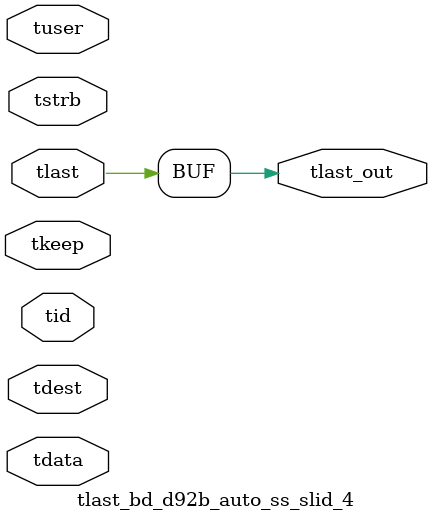
<source format=v>


`timescale 1ps/1ps

module tlast_bd_d92b_auto_ss_slid_4 #
(
parameter C_S_AXIS_TID_WIDTH   = 1,
parameter C_S_AXIS_TUSER_WIDTH = 0,
parameter C_S_AXIS_TDATA_WIDTH = 0,
parameter C_S_AXIS_TDEST_WIDTH = 0
)
(
input  [(C_S_AXIS_TID_WIDTH   == 0 ? 1 : C_S_AXIS_TID_WIDTH)-1:0       ] tid,
input  [(C_S_AXIS_TDATA_WIDTH == 0 ? 1 : C_S_AXIS_TDATA_WIDTH)-1:0     ] tdata,
input  [(C_S_AXIS_TUSER_WIDTH == 0 ? 1 : C_S_AXIS_TUSER_WIDTH)-1:0     ] tuser,
input  [(C_S_AXIS_TDEST_WIDTH == 0 ? 1 : C_S_AXIS_TDEST_WIDTH)-1:0     ] tdest,
input  [(C_S_AXIS_TDATA_WIDTH/8)-1:0 ] tkeep,
input  [(C_S_AXIS_TDATA_WIDTH/8)-1:0 ] tstrb,
input  [0:0]                                                             tlast,
output                                                                   tlast_out
);

assign tlast_out = {tlast};

endmodule


</source>
